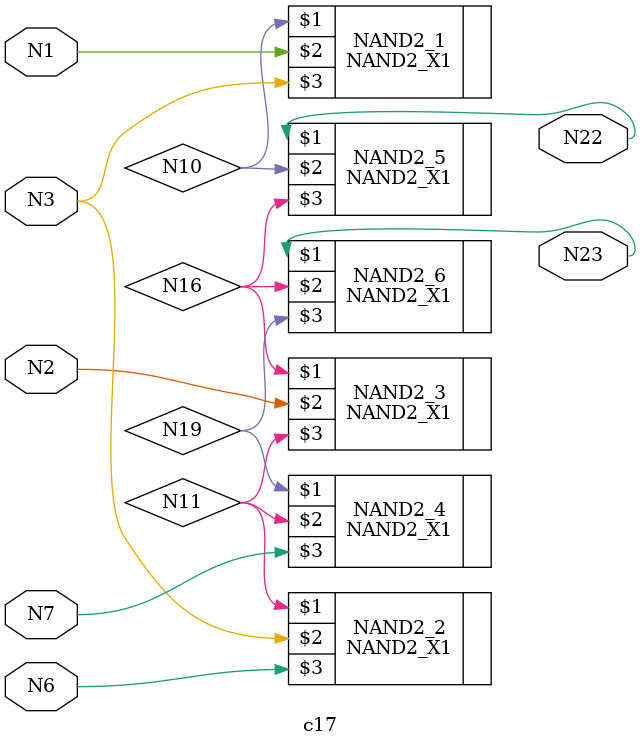
<source format=v>

module c17 (N1,N2,N3,N6,N7,N22,N23);

input N1,N2,N3,N6,N7;

output N22,N23;

wire N10,N11,N16,N19;

NAND2_X1 NAND2_1 (N10, N1, N3);
NAND2_X1 NAND2_2 (N11, N3, N6);
NAND2_X1 NAND2_3 (N16, N2, N11);
NAND2_X1 NAND2_4 (N19, N11, N7);
NAND2_X1 NAND2_5 (N22, N10, N16);
NAND2_X1 NAND2_6 (N23, N16, N19);

endmodule
</source>
